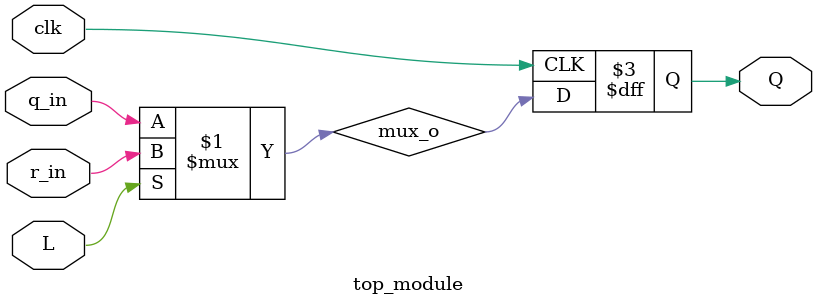
<source format=v>
module top_module (
	input clk,
	input L,
	input r_in,
	input q_in,
	output reg Q);
	wire mux_o;
    assign mux_o = L?r_in:q_in;
    always@(posedge clk)begin
        Q <= mux_o;
    end
endmodule

</source>
